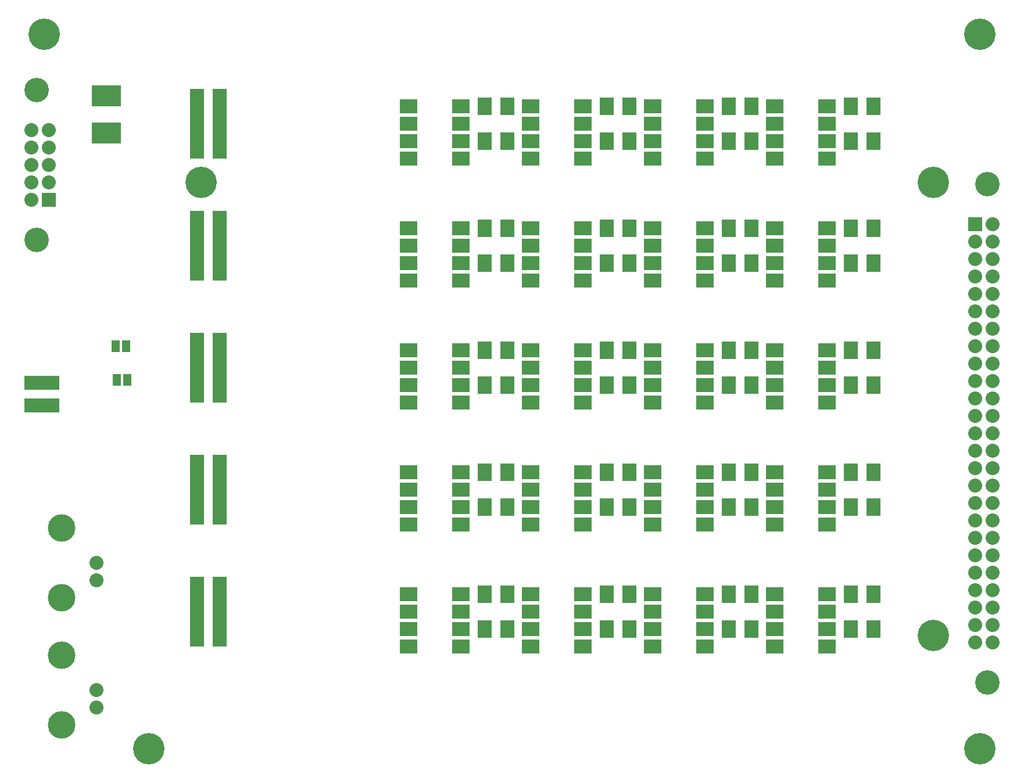
<source format=gbs>
G04 (created by PCBNEW-RS274X (2011-04-29 BZR 2986)-stable) date 8/1/2011 4:56:54 PM*
G01*
G70*
G90*
%MOIN*%
G04 Gerber Fmt 3.4, Leading zero omitted, Abs format*
%FSLAX34Y34*%
G04 APERTURE LIST*
%ADD10C,0.006000*%
%ADD11C,0.140000*%
%ADD12R,0.080000X0.080000*%
%ADD13C,0.080000*%
%ADD14C,0.180000*%
%ADD15C,0.157800*%
%ADD16R,0.080000X0.100000*%
%ADD17R,0.100000X0.080000*%
%ADD18R,0.045000X0.065000*%
%ADD19R,0.167600X0.120400*%
G04 APERTURE END LIST*
G54D10*
G54D11*
X61100Y-15600D03*
X61100Y-44200D03*
G54D12*
X60400Y-17900D03*
G54D13*
X61400Y-17900D03*
X60400Y-18900D03*
X61400Y-18900D03*
X60400Y-19900D03*
X61400Y-19900D03*
X60400Y-20900D03*
X61400Y-20900D03*
X60400Y-21900D03*
X61400Y-21900D03*
X60400Y-22900D03*
X61400Y-22900D03*
X60400Y-23900D03*
X61400Y-23900D03*
X60400Y-24900D03*
X61400Y-24900D03*
X60400Y-25900D03*
X61400Y-25900D03*
X60400Y-26900D03*
X61400Y-26900D03*
X60400Y-27900D03*
X61400Y-27900D03*
X60400Y-28900D03*
X61400Y-28900D03*
X60400Y-29900D03*
X61400Y-29900D03*
X60400Y-30900D03*
X61400Y-30900D03*
X60400Y-31900D03*
X61400Y-31900D03*
X60400Y-32900D03*
X61400Y-32900D03*
X60400Y-33900D03*
X61400Y-33900D03*
X60400Y-34900D03*
X61400Y-34900D03*
X60400Y-35900D03*
X61400Y-35900D03*
X60400Y-36900D03*
X61400Y-36900D03*
X60400Y-37900D03*
X61400Y-37900D03*
X60400Y-38900D03*
X61400Y-38900D03*
X60400Y-39900D03*
X61400Y-39900D03*
X60400Y-40900D03*
X61400Y-40900D03*
X60400Y-41900D03*
X61400Y-41900D03*
G54D14*
X58000Y-41500D03*
G54D15*
X08000Y-35350D03*
X08000Y-39350D03*
G54D13*
X10000Y-38350D03*
X10000Y-37350D03*
G54D11*
X06550Y-10200D03*
X06550Y-18800D03*
G54D12*
X07250Y-16500D03*
G54D13*
X06250Y-16500D03*
X07250Y-15500D03*
X06250Y-15500D03*
X07250Y-14500D03*
X06250Y-14500D03*
X07250Y-13500D03*
X06250Y-13500D03*
X07250Y-12500D03*
X06250Y-12500D03*
G54D14*
X16000Y-15500D03*
X58000Y-15500D03*
X13000Y-48000D03*
X60650Y-48000D03*
X07000Y-07000D03*
G54D16*
X53250Y-11150D03*
X54550Y-11150D03*
X15750Y-10650D03*
X17050Y-10650D03*
X32250Y-13150D03*
X33550Y-13150D03*
X46250Y-20150D03*
X47550Y-20150D03*
X32250Y-18150D03*
X33550Y-18150D03*
X39250Y-18150D03*
X40550Y-18150D03*
X53250Y-20150D03*
X54550Y-20150D03*
X32250Y-25150D03*
X33550Y-25150D03*
X46250Y-25150D03*
X47550Y-25150D03*
X39250Y-25150D03*
X40550Y-25150D03*
X15750Y-25650D03*
X17050Y-25650D03*
G54D17*
X06350Y-28300D03*
X06350Y-27000D03*
G54D16*
X32250Y-11150D03*
X33550Y-11150D03*
X46250Y-11150D03*
X47550Y-11150D03*
X39250Y-11150D03*
X40550Y-11150D03*
X15750Y-11650D03*
X17050Y-11650D03*
X15750Y-17650D03*
X17050Y-17650D03*
X46250Y-13150D03*
X47550Y-13150D03*
X39250Y-13150D03*
X40550Y-13150D03*
X53250Y-18150D03*
X54550Y-18150D03*
X15750Y-13650D03*
X17050Y-13650D03*
X15750Y-12650D03*
X17050Y-12650D03*
X53250Y-13150D03*
X54550Y-13150D03*
X53250Y-39150D03*
X54550Y-39150D03*
X15750Y-38650D03*
X17050Y-38650D03*
X39250Y-39150D03*
X40550Y-39150D03*
X32250Y-41150D03*
X33550Y-41150D03*
X53250Y-41150D03*
X54550Y-41150D03*
X15750Y-40650D03*
X17050Y-40650D03*
X15750Y-41650D03*
X17050Y-41650D03*
X39250Y-41150D03*
X40550Y-41150D03*
X15750Y-39650D03*
X17050Y-39650D03*
X32250Y-39150D03*
X33550Y-39150D03*
X53250Y-34150D03*
X54550Y-34150D03*
X32250Y-32150D03*
X33550Y-32150D03*
X15750Y-31650D03*
X17050Y-31650D03*
X39250Y-32150D03*
X40550Y-32150D03*
X39250Y-34150D03*
X40550Y-34150D03*
X46250Y-34150D03*
X47550Y-34150D03*
X32250Y-34150D03*
X33550Y-34150D03*
X15750Y-34650D03*
X17050Y-34650D03*
X46250Y-41150D03*
X47550Y-41150D03*
X46250Y-27150D03*
X47550Y-27150D03*
X39250Y-27150D03*
X40550Y-27150D03*
G54D17*
X07350Y-28300D03*
X07350Y-27000D03*
G54D16*
X15750Y-27650D03*
X17050Y-27650D03*
X53250Y-27150D03*
X54550Y-27150D03*
X15750Y-26650D03*
X17050Y-26650D03*
X39250Y-20150D03*
X40550Y-20150D03*
X15750Y-19650D03*
X17050Y-19650D03*
X46250Y-18150D03*
X47550Y-18150D03*
X15750Y-18650D03*
X17050Y-18650D03*
X15750Y-20650D03*
X17050Y-20650D03*
X32250Y-20150D03*
X33550Y-20150D03*
X15750Y-24650D03*
X17050Y-24650D03*
X53250Y-25150D03*
X54550Y-25150D03*
X32250Y-27150D03*
X33550Y-27150D03*
X15750Y-33650D03*
X17050Y-33650D03*
X46250Y-32150D03*
X47550Y-32150D03*
X53250Y-32150D03*
X54550Y-32150D03*
X15750Y-32650D03*
X17050Y-32650D03*
X46250Y-39150D03*
X47550Y-39150D03*
G54D18*
X11750Y-26850D03*
X11150Y-26850D03*
X11100Y-24900D03*
X11700Y-24900D03*
G54D17*
X37900Y-25150D03*
X37900Y-26150D03*
X37900Y-27150D03*
X37900Y-28150D03*
X34900Y-28150D03*
X34900Y-27150D03*
X34900Y-26150D03*
X34900Y-25150D03*
X44900Y-11150D03*
X44900Y-12150D03*
X44900Y-13150D03*
X44900Y-14150D03*
X41900Y-14150D03*
X41900Y-13150D03*
X41900Y-12150D03*
X41900Y-11150D03*
X30900Y-39150D03*
X30900Y-40150D03*
X30900Y-41150D03*
X30900Y-42150D03*
X27900Y-42150D03*
X27900Y-41150D03*
X27900Y-40150D03*
X27900Y-39150D03*
X44900Y-25150D03*
X44900Y-26150D03*
X44900Y-27150D03*
X44900Y-28150D03*
X41900Y-28150D03*
X41900Y-27150D03*
X41900Y-26150D03*
X41900Y-25150D03*
X44900Y-39150D03*
X44900Y-40150D03*
X44900Y-41150D03*
X44900Y-42150D03*
X41900Y-42150D03*
X41900Y-41150D03*
X41900Y-40150D03*
X41900Y-39150D03*
X37900Y-18150D03*
X37900Y-19150D03*
X37900Y-20150D03*
X37900Y-21150D03*
X34900Y-21150D03*
X34900Y-20150D03*
X34900Y-19150D03*
X34900Y-18150D03*
X44900Y-18150D03*
X44900Y-19150D03*
X44900Y-20150D03*
X44900Y-21150D03*
X41900Y-21150D03*
X41900Y-20150D03*
X41900Y-19150D03*
X41900Y-18150D03*
X37900Y-11150D03*
X37900Y-12150D03*
X37900Y-13150D03*
X37900Y-14150D03*
X34900Y-14150D03*
X34900Y-13150D03*
X34900Y-12150D03*
X34900Y-11150D03*
X30900Y-11150D03*
X30900Y-12150D03*
X30900Y-13150D03*
X30900Y-14150D03*
X27900Y-14150D03*
X27900Y-13150D03*
X27900Y-12150D03*
X27900Y-11150D03*
X51900Y-39150D03*
X51900Y-40150D03*
X51900Y-41150D03*
X51900Y-42150D03*
X48900Y-42150D03*
X48900Y-41150D03*
X48900Y-40150D03*
X48900Y-39150D03*
X30900Y-18150D03*
X30900Y-19150D03*
X30900Y-20150D03*
X30900Y-21150D03*
X27900Y-21150D03*
X27900Y-20150D03*
X27900Y-19150D03*
X27900Y-18150D03*
X51900Y-11150D03*
X51900Y-12150D03*
X51900Y-13150D03*
X51900Y-14150D03*
X48900Y-14150D03*
X48900Y-13150D03*
X48900Y-12150D03*
X48900Y-11150D03*
X51900Y-32150D03*
X51900Y-33150D03*
X51900Y-34150D03*
X51900Y-35150D03*
X48900Y-35150D03*
X48900Y-34150D03*
X48900Y-33150D03*
X48900Y-32150D03*
X30900Y-25150D03*
X30900Y-26150D03*
X30900Y-27150D03*
X30900Y-28150D03*
X27900Y-28150D03*
X27900Y-27150D03*
X27900Y-26150D03*
X27900Y-25150D03*
X37900Y-32150D03*
X37900Y-33150D03*
X37900Y-34150D03*
X37900Y-35150D03*
X34900Y-35150D03*
X34900Y-34150D03*
X34900Y-33150D03*
X34900Y-32150D03*
X51900Y-25150D03*
X51900Y-26150D03*
X51900Y-27150D03*
X51900Y-28150D03*
X48900Y-28150D03*
X48900Y-27150D03*
X48900Y-26150D03*
X48900Y-25150D03*
X37900Y-39150D03*
X37900Y-40150D03*
X37900Y-41150D03*
X37900Y-42150D03*
X34900Y-42150D03*
X34900Y-41150D03*
X34900Y-40150D03*
X34900Y-39150D03*
G54D15*
X08000Y-42650D03*
X08000Y-46650D03*
G54D13*
X10000Y-45650D03*
X10000Y-44650D03*
G54D17*
X30900Y-32150D03*
X30900Y-33150D03*
X30900Y-34150D03*
X30900Y-35150D03*
X27900Y-35150D03*
X27900Y-34150D03*
X27900Y-33150D03*
X27900Y-32150D03*
X51900Y-18150D03*
X51900Y-19150D03*
X51900Y-20150D03*
X51900Y-21150D03*
X48900Y-21150D03*
X48900Y-20150D03*
X48900Y-19150D03*
X48900Y-18150D03*
X44900Y-32150D03*
X44900Y-33150D03*
X44900Y-34150D03*
X44900Y-35150D03*
X41900Y-35150D03*
X41900Y-34150D03*
X41900Y-33150D03*
X41900Y-32150D03*
G54D19*
X10550Y-10537D03*
X10550Y-12663D03*
G54D14*
X60650Y-07000D03*
M02*

</source>
